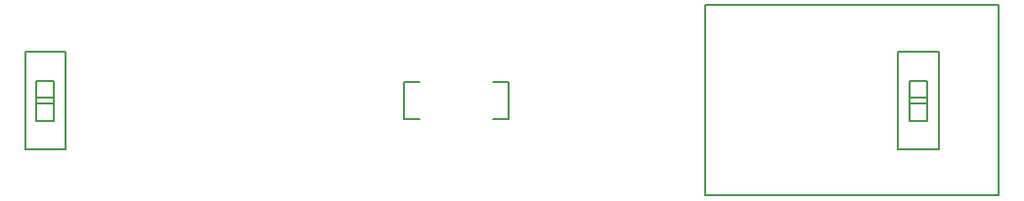
<source format=gbo>
G75*
%MOIN*%
%OFA0B0*%
%FSLAX25Y25*%
%IPPOS*%
%LPD*%
%AMOC8*
5,1,8,0,0,1.08239X$1,22.5*
%
%ADD10C,0.00500*%
%ADD11C,0.00800*%
D10*
X0047366Y0024568D02*
X0047366Y0058032D01*
X0061146Y0058032D01*
X0061146Y0024568D01*
X0047366Y0024568D01*
X0051303Y0034213D02*
X0057209Y0034213D01*
X0057209Y0040119D01*
X0057209Y0042087D01*
X0057209Y0047993D01*
X0051303Y0047993D01*
X0051303Y0040119D01*
X0057209Y0040119D01*
X0057209Y0042087D02*
X0051303Y0042087D01*
X0051303Y0040119D02*
X0051303Y0034213D01*
X0279256Y0008800D02*
X0379256Y0008800D01*
X0379256Y0073800D01*
X0279256Y0073800D01*
X0279256Y0008800D01*
X0344866Y0024568D02*
X0344866Y0058032D01*
X0358646Y0058032D01*
X0358646Y0024568D01*
X0344866Y0024568D01*
X0348803Y0034213D02*
X0354709Y0034213D01*
X0354709Y0040119D01*
X0354709Y0042087D01*
X0354709Y0047993D01*
X0348803Y0047993D01*
X0348803Y0040119D01*
X0354709Y0040119D01*
X0348803Y0040119D02*
X0348803Y0034213D01*
X0348803Y0042087D02*
X0354709Y0042087D01*
D11*
X0211972Y0047599D02*
X0211972Y0035001D01*
X0206854Y0035001D01*
X0181657Y0035001D02*
X0176539Y0035001D01*
X0176539Y0047599D01*
X0181657Y0047599D01*
X0206854Y0047599D02*
X0211972Y0047599D01*
M02*

</source>
